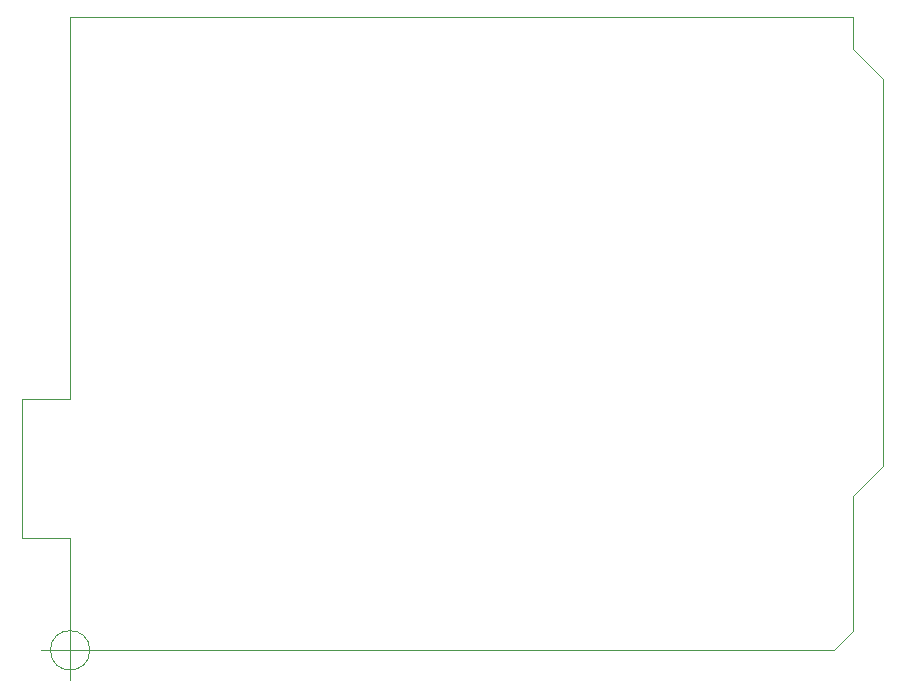
<source format=gm1>
G04 #@! TF.FileFunction,Profile,NP*
%FSLAX46Y46*%
G04 Gerber Fmt 4.6, Leading zero omitted, Abs format (unit mm)*
G04 Created by KiCad (PCBNEW 4.0.7-e2-6376~58~ubuntu16.04.1) date Sat Dec 16 23:26:04 2017*
%MOMM*%
%LPD*%
G01*
G04 APERTURE LIST*
%ADD10C,0.100000*%
G04 APERTURE END LIST*
D10*
X116576666Y-124590000D02*
G75*
G03X116576666Y-124590000I-1666666J0D01*
G01*
X112410000Y-124590000D02*
X117410000Y-124590000D01*
X114910000Y-122090000D02*
X114910000Y-127090000D01*
X116576666Y-124590000D02*
G75*
G03X116576666Y-124590000I-1666666J0D01*
G01*
X112410000Y-124590000D02*
X117410000Y-124590000D01*
X114910000Y-122090000D02*
X114910000Y-127090000D01*
X114900000Y-115050000D02*
X114900000Y-124600000D01*
X110850000Y-115050000D02*
X114900000Y-115050000D01*
X110850000Y-103350000D02*
X110850000Y-115050000D01*
X114900000Y-103350000D02*
X110850000Y-103350000D01*
X114900000Y-71000000D02*
X114900000Y-103350000D01*
X181200000Y-71000000D02*
X114900000Y-71000000D01*
X181200000Y-73650000D02*
X181200000Y-71000000D01*
X183750000Y-76200000D02*
X181200000Y-73650000D01*
X183750000Y-108950000D02*
X183750000Y-76200000D01*
X181200000Y-111500000D02*
X183750000Y-108950000D01*
X181200000Y-122950000D02*
X181200000Y-111500000D01*
X179550000Y-124600000D02*
X181200000Y-122950000D01*
X114900000Y-124600000D02*
X179550000Y-124600000D01*
M02*

</source>
